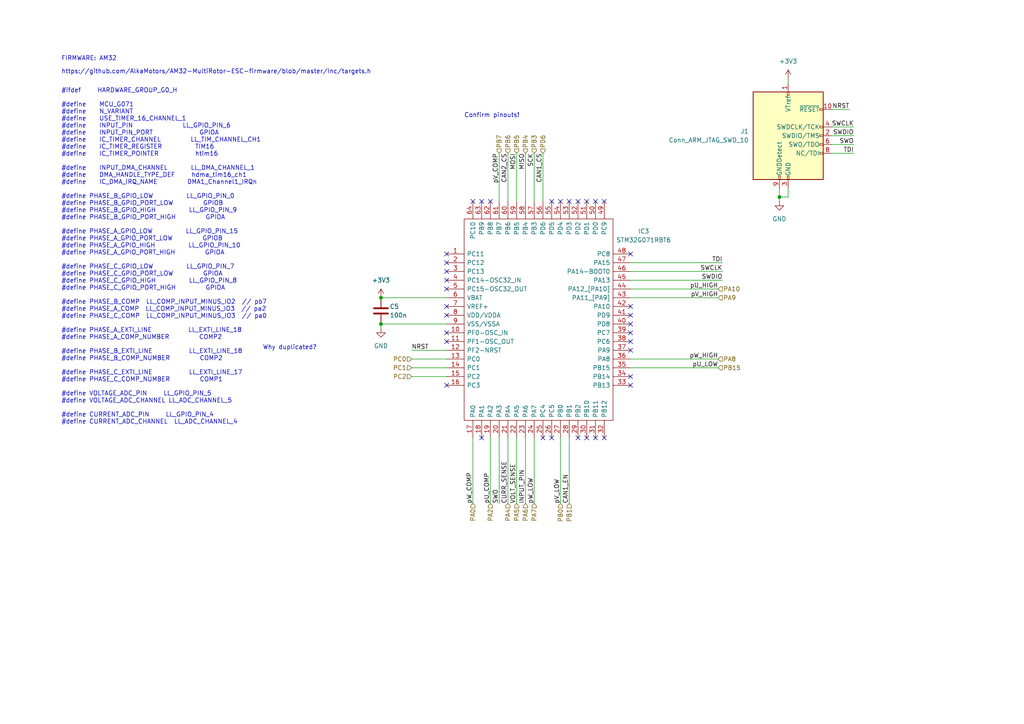
<source format=kicad_sch>
(kicad_sch (version 20211123) (generator eeschema)
  (paper "A4")
  (lib_symbols
    (symbol "Connector:Conn_ARM_JTAG_SWD_10" (pin_names (offset 1.016))
      (property "Reference" "J" (at -2.54 16.51 0))
      (property "Value" "Conn_ARM_JTAG_SWD_10" (at -2.54 13.97 0))
      (symbol "Conn_ARM_JTAG_SWD_10_0_1"
        (rectangle (start -10.16 12.7) (end 10.16 -12.7) (stroke (width 0.254)) (fill (type background)))
        (rectangle (start -2.794 -12.7) (end -2.286 -11.684))
        (rectangle (start -0.254 -12.7) (end 0.254 -11.684))
        (rectangle (start -0.254 12.7) (end 0.254 11.684))
        (rectangle (start 9.144 2.286) (end 10.16 2.794))
        (rectangle (start 10.16 -2.794) (end 9.144 -2.286))
        (rectangle (start 10.16 -0.254) (end 9.144 0.254))
        (rectangle (start 10.16 7.874) (end 9.144 7.366))
      )
      (symbol "Conn_ARM_JTAG_SWD_10_1_1"
        (rectangle (start 9.144 -5.334) (end 10.16 -4.826))
        (pin power_in line (at 0 15.24 270) (length 2.54) (name "VTref") (number "1"))
        (pin open_collector line (at 12.7 7.62 180) (length 2.54) (name "~{RESET}") (number "10"))
        (pin bidirectional line (at 12.7 0 180) (length 2.54) (name "SWDIO/TMS") (number "2"))
        (pin power_in line (at 0 -15.24 90) (length 2.54) (name "GND") (number "3"))
        (pin output line (at 12.7 2.54 180) (length 2.54) (name "SWDCLK/TCK") (number "4"))
        (pin passive line (at 0 -15.24 90) (length 2.54) hide (name "GND") (number "5"))
        (pin input line (at 12.7 -2.54 180) (length 2.54) (name "SWO/TDO") (number "6"))
        (pin no_connect line (at -10.16 0 0) (length 2.54) hide (name "KEY") (number "7"))
        (pin output line (at 12.7 -5.08 180) (length 2.54) (name "NC/TDI") (number "8"))
        (pin passive line (at -2.54 -15.24 90) (length 2.54) (name "GNDDetect") (number "9"))
      )
    )
    (symbol "Device:C" (pin_numbers hide) (pin_names (offset 0.254))
      (property "Reference" "C" (at 0.635 2.54 0))
      (property "Value" "C" (at 0.635 -2.54 0))
      (symbol "C_0_1"
        (polyline (pts (xy -2.032 -0.762) (xy 2.032 -0.762)) (stroke (width 0.508)))
        (polyline (pts (xy -2.032 0.762) (xy 2.032 0.762)) (stroke (width 0.508)))
      )
      (symbol "C_1_1"
        (pin passive line (at 0 3.81 270) (length 2.794) (name "~") (number "1"))
        (pin passive line (at 0 -3.81 90) (length 2.794) (name "~") (number "2"))
      )
    )
    (symbol "MAG_MCUs:STM32G071RBT6" (pin_names (offset 0.762))
      (property "Reference" "IC" (at 49.53 15.24 0))
      (property "Value" "STM32G071RBT6" (at 49.53 12.7 0))
      (symbol "STM32G071RBT6_0_0"
        (pin passive line (at 0 0 0) (length 5.08) (name "PC11") (number "1"))
        (pin passive line (at 0 -22.86 0) (length 5.08) (name "PF0-OSC_IN") (number "10"))
        (pin passive line (at 0 -25.4 0) (length 5.08) (name "PF1-OSC_OUT") (number "11"))
        (pin passive line (at 0 -27.94 0) (length 5.08) (name "PF2-NRST") (number "12"))
        (pin passive line (at 0 -30.48 0) (length 5.08) (name "PC0") (number "13"))
        (pin passive line (at 0 -33.02 0) (length 5.08) (name "PC1") (number "14"))
        (pin passive line (at 0 -35.56 0) (length 5.08) (name "PC2") (number "15"))
        (pin passive line (at 0 -38.1 0) (length 5.08) (name "PC3") (number "16"))
        (pin passive line (at 7.62 -53.34 90) (length 5.08) (name "PA0") (number "17"))
        (pin passive line (at 10.16 -53.34 90) (length 5.08) (name "PA1") (number "18"))
        (pin passive line (at 12.7 -53.34 90) (length 5.08) (name "PA2") (number "19"))
        (pin passive line (at 0 -2.54 0) (length 5.08) (name "PC12") (number "2"))
        (pin passive line (at 15.24 -53.34 90) (length 5.08) (name "PA3") (number "20"))
        (pin passive line (at 17.78 -53.34 90) (length 5.08) (name "PA4") (number "21"))
        (pin passive line (at 20.32 -53.34 90) (length 5.08) (name "PA5") (number "22"))
        (pin passive line (at 22.86 -53.34 90) (length 5.08) (name "PA6") (number "23"))
        (pin passive line (at 25.4 -53.34 90) (length 5.08) (name "PA7") (number "24"))
        (pin passive line (at 27.94 -53.34 90) (length 5.08) (name "PC4") (number "25"))
        (pin passive line (at 30.48 -53.34 90) (length 5.08) (name "PC5") (number "26"))
        (pin passive line (at 33.02 -53.34 90) (length 5.08) (name "PB0") (number "27"))
        (pin passive line (at 35.56 -53.34 90) (length 5.08) (name "PB1") (number "28"))
        (pin passive line (at 38.1 -53.34 90) (length 5.08) (name "PB2") (number "29"))
        (pin passive line (at 0 -5.08 0) (length 5.08) (name "PC13") (number "3"))
        (pin passive line (at 40.64 -53.34 90) (length 5.08) (name "PB10") (number "30"))
        (pin passive line (at 43.18 -53.34 90) (length 5.08) (name "PB11") (number "31"))
        (pin passive line (at 45.72 -53.34 90) (length 5.08) (name "PB12") (number "32"))
        (pin passive line (at 53.34 -38.1 180) (length 5.08) (name "PB13") (number "33"))
        (pin passive line (at 53.34 -35.56 180) (length 5.08) (name "PB14") (number "34"))
        (pin passive line (at 53.34 -33.02 180) (length 5.08) (name "PB15") (number "35"))
        (pin passive line (at 53.34 -30.48 180) (length 5.08) (name "PA8") (number "36"))
        (pin passive line (at 53.34 -27.94 180) (length 5.08) (name "PA9") (number "37"))
        (pin passive line (at 53.34 -25.4 180) (length 5.08) (name "PC6") (number "38"))
        (pin passive line (at 53.34 -22.86 180) (length 5.08) (name "PC7") (number "39"))
        (pin passive line (at 0 -7.62 0) (length 5.08) (name "PC14-OSC32_IN") (number "4"))
        (pin passive line (at 53.34 -20.32 180) (length 5.08) (name "PD8") (number "40"))
        (pin passive line (at 53.34 -17.78 180) (length 5.08) (name "PD9") (number "41"))
        (pin passive line (at 53.34 -15.24 180) (length 5.08) (name "PA10") (number "42"))
        (pin passive line (at 53.34 -12.7 180) (length 5.08) (name "PA11_[PA9]") (number "43"))
        (pin passive line (at 53.34 -10.16 180) (length 5.08) (name "PA12_[PA10]") (number "44"))
        (pin passive line (at 53.34 -7.62 180) (length 5.08) (name "PA13") (number "45"))
        (pin passive line (at 53.34 -5.08 180) (length 5.08) (name "PA14-BOOT0") (number "46"))
        (pin passive line (at 53.34 -2.54 180) (length 5.08) (name "PA15") (number "47"))
        (pin passive line (at 53.34 0 180) (length 5.08) (name "PC8") (number "48"))
        (pin passive line (at 45.72 15.24 270) (length 5.08) (name "PC9") (number "49"))
        (pin passive line (at 0 -10.16 0) (length 5.08) (name "PC15-OSC32_OUT") (number "5"))
        (pin passive line (at 43.18 15.24 270) (length 5.08) (name "PD0") (number "50"))
        (pin passive line (at 40.64 15.24 270) (length 5.08) (name "PD1") (number "51"))
        (pin passive line (at 38.1 15.24 270) (length 5.08) (name "PD2") (number "52"))
        (pin passive line (at 35.56 15.24 270) (length 5.08) (name "PD3") (number "53"))
        (pin passive line (at 33.02 15.24 270) (length 5.08) (name "PD4") (number "54"))
        (pin passive line (at 30.48 15.24 270) (length 5.08) (name "PD5") (number "55"))
        (pin passive line (at 27.94 15.24 270) (length 5.08) (name "PD6") (number "56"))
        (pin passive line (at 25.4 15.24 270) (length 5.08) (name "PB3") (number "57"))
        (pin passive line (at 22.86 15.24 270) (length 5.08) (name "PB4") (number "58"))
        (pin passive line (at 20.32 15.24 270) (length 5.08) (name "PB5") (number "59"))
        (pin passive line (at 0 -12.7 0) (length 5.08) (name "VBAT") (number "6"))
        (pin passive line (at 17.78 15.24 270) (length 5.08) (name "PB6") (number "60"))
        (pin passive line (at 15.24 15.24 270) (length 5.08) (name "PB7") (number "61"))
        (pin passive line (at 12.7 15.24 270) (length 5.08) (name "PB8") (number "62"))
        (pin passive line (at 10.16 15.24 270) (length 5.08) (name "PB9") (number "63"))
        (pin passive line (at 7.62 15.24 270) (length 5.08) (name "PC10") (number "64"))
        (pin passive line (at 0 -15.24 0) (length 5.08) (name "VREF+") (number "7"))
        (pin passive line (at 0 -17.78 0) (length 5.08) (name "VDD/VDDA") (number "8"))
        (pin passive line (at 0 -20.32 0) (length 5.08) (name "VSS/VSSA") (number "9"))
      )
      (symbol "STM32G071RBT6_0_1"
        (polyline (pts (xy 5.08 10.16) (xy 48.26 10.16) (xy 48.26 -48.26) (xy 5.08 -48.26) (xy 5.08 10.16)) (stroke (width 0.1524)))
      )
    )
    (symbol "power:+3V3" (power) (pin_names (offset 0))
      (property "Value" "+3V3" (at 0 3.556 0))
      (symbol "+3V3_0_1"
        (polyline (pts (xy -0.762 1.27) (xy 0 2.54)))
        (polyline (pts (xy 0 0) (xy 0 2.54)))
        (polyline (pts (xy 0 2.54) (xy 0.762 1.27)))
      )
      (symbol "+3V3_1_1"
        (pin power_in line (at 0 0 90) (length 0) hide (name "+3V3") (number "1"))
      )
    )
    (symbol "power:GND" (power) (pin_names (offset 0))
      (property "Value" "GND" (at 0 -3.81 0))
      (symbol "GND_0_1"
        (polyline (pts (xy 0 0) (xy 0 -1.27) (xy 1.27 -1.27) (xy 0 -2.54) (xy -1.27 -1.27) (xy 0 -1.27)))
      )
      (symbol "GND_1_1"
        (pin power_in line (at 0 0 270) (length 0) hide (name "GND") (number "1"))
      )
    )
  )
  (junction (at 226.06 57.15))
  (junction (at 110.49 93.98))
  (junction (at 110.49 86.36))
  (no_connect (at 157.48 127))
  (no_connect (at 160.02 127))
  (no_connect (at 129.54 91.44))
  (no_connect (at 129.54 88.9))
  (no_connect (at 129.54 99.06))
  (no_connect (at 129.54 96.52))
  (no_connect (at 129.54 83.82))
  (no_connect (at 129.54 81.28))
  (no_connect (at 129.54 78.74))
  (no_connect (at 129.54 76.2))
  (no_connect (at 129.54 73.66))
  (no_connect (at 137.16 58.42))
  (no_connect (at 139.7 58.42))
  (no_connect (at 142.24 58.42))
  (no_connect (at 129.54 111.76))
  (no_connect (at 182.88 111.76))
  (no_connect (at 175.26 127))
  (no_connect (at 172.72 127))
  (no_connect (at 170.18 127))
  (no_connect (at 167.64 127))
  (no_connect (at 139.7 127))
  (no_connect (at 160.02 58.42))
  (no_connect (at 162.56 58.42))
  (no_connect (at 165.1 58.42))
  (no_connect (at 182.88 73.66))
  (no_connect (at 175.26 58.42))
  (no_connect (at 167.64 58.42))
  (no_connect (at 170.18 58.42))
  (no_connect (at 172.72 58.42))
  (no_connect (at 182.88 93.98))
  (no_connect (at 182.88 96.52))
  (no_connect (at 182.88 99.06))
  (no_connect (at 182.88 101.6))
  (no_connect (at 182.88 109.22))
  (no_connect (at 182.88 91.44))
  (no_connect (at 182.88 88.9))
  (wire (pts (xy 182.88 76.2) (xy 209.55 76.2)))
  (wire (pts (xy 147.32 127) (xy 147.32 146.05)))
  (wire (pts (xy 157.48 44.45) (xy 157.48 58.42)))
  (wire (pts (xy 149.86 44.45) (xy 149.86 58.42)))
  (wire (pts (xy 165.1 127) (xy 165.1 146.05)))
  (wire (pts (xy 154.94 44.45) (xy 154.94 58.42)))
  (wire (pts (xy 110.49 93.98) (xy 110.49 95.25)))
  (wire (pts (xy 152.4 146.05) (xy 152.4 127)))
  (wire (pts (xy 110.49 93.98) (xy 129.54 93.98)))
  (wire (pts (xy 147.32 44.45) (xy 147.32 58.42)))
  (wire (pts (xy 119.38 104.14) (xy 129.54 104.14)))
  (wire (pts (xy 228.6 57.15) (xy 226.06 57.15)))
  (wire (pts (xy 241.3 36.83) (xy 247.65 36.83)))
  (wire (pts (xy 228.6 54.61) (xy 228.6 57.15)))
  (wire (pts (xy 241.3 44.45) (xy 247.65 44.45)))
  (wire (pts (xy 226.06 54.61) (xy 226.06 57.15)))
  (wire (pts (xy 182.88 104.14) (xy 208.28 104.14)))
  (wire (pts (xy 241.3 39.37) (xy 247.65 39.37)))
  (wire (pts (xy 119.38 109.22) (xy 129.54 109.22)))
  (wire (pts (xy 144.78 127) (xy 144.78 146.05)))
  (wire (pts (xy 154.94 127) (xy 154.94 146.05)))
  (wire (pts (xy 182.88 78.74) (xy 209.55 78.74)))
  (wire (pts (xy 144.78 44.45) (xy 144.78 58.42)))
  (wire (pts (xy 110.49 86.36) (xy 129.54 86.36)))
  (wire (pts (xy 162.56 127) (xy 162.56 146.05)))
  (wire (pts (xy 241.3 41.91) (xy 247.65 41.91)))
  (wire (pts (xy 182.88 83.82) (xy 208.28 83.82)))
  (wire (pts (xy 119.38 101.6) (xy 129.54 101.6)))
  (wire (pts (xy 226.06 57.15) (xy 226.06 58.42)))
  (wire (pts (xy 246.38 31.75) (xy 241.3 31.75)))
  (wire (pts (xy 152.4 44.45) (xy 152.4 58.42)))
  (wire (pts (xy 182.88 81.28) (xy 209.55 81.28)))
  (wire (pts (xy 137.16 127) (xy 137.16 146.05)))
  (wire (pts (xy 228.6 22.86) (xy 228.6 24.13)))
  (wire (pts (xy 208.28 86.36) (xy 182.88 86.36)))
  (wire (pts (xy 182.88 106.68) (xy 208.28 106.68)))
  (wire (pts (xy 149.86 127) (xy 149.86 146.05)))
  (wire (pts (xy 119.38 106.68) (xy 129.54 106.68)))
  (wire (pts (xy 142.24 127) (xy 142.24 146.05)))
  (text "https://github.com/AlkaMotors/AM32-MultiRotor-ESC-firmware/blob/master/Inc/targets.h" (at 17.78 21.59 0) (effects (font (size 1.27 1.27)) (justify left bottom)))
  (text "FIRMWARE: AM32" (at 17.78 17.78 0) (effects (font (size 1.27 1.27)) (justify left bottom)))
  (text "Why duplicated?\n" (at 76.2 101.6 0) (effects (font (size 1.27 1.27)) (justify left bottom)))
  (text "Confirm pinouts!\n" (at 134.62 34.29 0) (effects (font (size 1.27 1.27)) (justify left bottom)))
  (text "#ifdef     HARDWARE_GROUP_G0_H\n\n#define    MCU_G071\n#define    N_VARIANT\n#define    USE_TIMER_16_CHANNEL_1\n#define    INPUT_PIN               LL_GPIO_PIN_6\n#define    INPUT_PIN_PORT              GPIOA\n#define    IC_TIMER_CHANNEL         LL_TIM_CHANNEL_CH1\n#define    IC_TIMER_REGISTER          TIM16\n#define    IC_TIMER_POINTER           htim16\n\n#define    INPUT_DMA_CHANNEL       LL_DMA_CHANNEL_1\n#define    DMA_HANDLE_TYPE_DEF     hdma_tim16_ch1\n#define    IC_DMA_IRQ_NAME         DMA1_Channel1_IRQn\n\n#define PHASE_B_GPIO_LOW          LL_GPIO_PIN_0\n#define PHASE_B_GPIO_PORT_LOW         GPIOB\n#define PHASE_B_GPIO_HIGH          LL_GPIO_PIN_9\n#define PHASE_B_GPIO_PORT_HIGH         GPIOA\n\n#define PHASE_A_GPIO_LOW          LL_GPIO_PIN_15\n#define PHASE_A_GPIO_PORT_LOW         GPIOB\n#define PHASE_A_GPIO_HIGH          LL_GPIO_PIN_10\n#define PHASE_A_GPIO_PORT_HIGH         GPIOA\n\n#define PHASE_C_GPIO_LOW          LL_GPIO_PIN_7\n#define PHASE_C_GPIO_PORT_LOW         GPIOA\n#define PHASE_C_GPIO_HIGH          LL_GPIO_PIN_8\n#define PHASE_C_GPIO_PORT_HIGH         GPIOA\n\n#define PHASE_B_COMP  LL_COMP_INPUT_MINUS_IO2  // pb7\n#define PHASE_A_COMP  LL_COMP_INPUT_MINUS_IO3  // pa2\n#define PHASE_C_COMP  LL_COMP_INPUT_MINUS_IO3  // pa0\n\n#define PHASE_A_EXTI_LINE           LL_EXTI_LINE_18\n#define PHASE_A_COMP_NUMBER         COMP2\n\n#define PHASE_B_EXTI_LINE           LL_EXTI_LINE_18\n#define PHASE_B_COMP_NUMBER         COMP2\n\n#define PHASE_C_EXTI_LINE           LL_EXTI_LINE_17\n#define PHASE_C_COMP_NUMBER         COMP1\n\n#define VOLTAGE_ADC_PIN     LL_GPIO_PIN_5\n#define VOLTAGE_ADC_CHANNEL LL_ADC_CHANNEL_5\n\n#define CURRENT_ADC_PIN     LL_GPIO_PIN_4\n#define CURRENT_ADC_CHANNEL  LL_ADC_CHANNEL_4" (at 17.78 123.19 0) (effects (font (size 1.27 1.27)) (justify left bottom)))
  (label "SWDIO" (at 209.55 81.28 180))
  (label "VOLT_SENSE" (at 149.86 146.05 90))
  (label "TDI" (at 247.65 44.45 180))
  (label "pU_COMP" (at 142.24 146.05 90))
  (label "NRST" (at 246.38 31.75 180))
  (label "CAN2_CS" (at 147.32 44.45 270))
  (label "SWDIO" (at 247.65 39.37 180))
  (label "SCK" (at 154.94 44.45 270))
  (label "INPUT_PIN" (at 152.4 146.05 90))
  (label "MOSI" (at 149.86 44.45 270))
  (label "CAN1_CS" (at 157.48 44.45 270))
  (label "TDI" (at 209.55 76.2 180))
  (label "pU_LOW" (at 208.28 106.68 180))
  (label "SWO" (at 144.78 146.05 90))
  (label "pU_HIGH" (at 208.28 83.82 180))
  (label "pV_LOW" (at 162.56 146.05 90))
  (label "MISO" (at 152.4 44.45 270))
  (label "pV_HIGH" (at 208.28 86.36 180))
  (label "NRST" (at 119.38 101.6 0))
  (label "pW_COMP" (at 137.16 146.05 90))
  (label "pW_LOW" (at 154.94 146.05 90))
  (label "CURR_SENSE" (at 147.32 146.05 90))
  (label "pV_COMP" (at 144.78 44.45 270))
  (label "pW_HIGH" (at 208.28 104.14 180))
  (label "SWCLK" (at 209.55 78.74 180))
  (label "SWO" (at 247.65 41.91 180))
  (label "SWCLK" (at 247.65 36.83 180))
  (label "CAN1_EN" (at 165.1 146.05 90))
  (hierarchical_label "PB3" (shape input) (at 154.94 44.45 90))
  (hierarchical_label "PA7" (shape input) (at 154.94 146.05 270))
  (hierarchical_label "PA5" (shape input) (at 149.86 146.05 270))
  (hierarchical_label "PB6" (shape input) (at 147.32 44.45 90))
  (hierarchical_label "PA10" (shape input) (at 208.28 83.82 0))
  (hierarchical_label "PC1" (shape input) (at 119.38 106.68 180))
  (hierarchical_label "PD6" (shape input) (at 157.48 44.45 90))
  (hierarchical_label "PA0" (shape input) (at 137.16 146.05 270))
  (hierarchical_label "PB15" (shape input) (at 208.28 106.68 0))
  (hierarchical_label "PA8" (shape input) (at 208.28 104.14 0))
  (hierarchical_label "PA2" (shape input) (at 142.24 146.05 270))
  (hierarchical_label "PB7" (shape input) (at 144.78 44.45 90))
  (hierarchical_label "PA9" (shape input) (at 208.28 86.36 0))
  (hierarchical_label "PC2" (shape input) (at 119.38 109.22 180))
  (hierarchical_label "PC0" (shape input) (at 119.38 104.14 180))
  (hierarchical_label "PB1" (shape input) (at 165.1 146.05 270))
  (hierarchical_label "PB4" (shape input) (at 152.4 44.45 90))
  (hierarchical_label "PB0" (shape input) (at 162.56 146.05 270))
  (hierarchical_label "PA4" (shape input) (at 147.32 146.05 270))
  (hierarchical_label "PA6" (shape input) (at 152.4 146.05 270))
  (hierarchical_label "PB5" (shape input) (at 149.86 44.45 90))
  (symbol (lib_id "Device:C") (at 110.49 90.17 0) (unit 1)
    (property "Reference" "C5" (at 113.03 88.9 0) (effects (justify left)))
    (property "Value" "100n" (at 113.03 91.44 0) (effects (justify left)))
    (property "Footprint" "Capacitor_SMD:C_0603_1608Metric" (effects hide))
  )
  (symbol (lib_id "Connector:Conn_ARM_JTAG_SWD_10") (at 228.6 39.37 0) (unit 1)
    (property "Reference" "J1" (at 217.17 38.0999 0) (effects (justify right)))
    (property "Value" "Conn_ARM_JTAG_SWD_10" (at 217.17 40.6399 0) (effects (justify right)))
    (property "Footprint" "Connector:Tag-Connect_TC2050-IDC-NL_2x05_P1.27mm_Vertical_with_bottom_clip" (effects hide))
    (property "Datasheet" "http://infocenter.arm.com/help/topic/com.arm.doc.ddi0314h/DDI0314H_coresight_components_trm.pdf" (effects hide))
  )
  (symbol (lib_id "power:+3V3") (at 110.49 86.36 0) (unit 1)
    (property "Reference" "#PWR0109" (effects hide))
    (property "Value" "+3V3" (at 110.49 81.28 0))
  )
  (symbol (lib_id "power:GND") (at 110.49 95.25 0) (unit 1)
    (property "Reference" "#PWR0108" (effects hide))
    (property "Value" "GND" (at 110.49 100.33 0))
  )
  (symbol (lib_id "power:GND") (at 226.06 58.42 0) (unit 1)
    (property "Reference" "#PWR0160" (effects hide))
    (property "Value" "GND" (at 226.06 63.5 0))
  )
  (symbol (lib_id "power:+3V3") (at 228.6 22.86 0) (unit 1)
    (property "Reference" "#PWR0161" (effects hide))
    (property "Value" "+3V3" (at 228.6 17.78 0))
  )
  (symbol (lib_id "MAG_MCUs:STM32G071RBT6") (at 129.54 73.66 0) (unit 1)
    (property "Reference" "IC3" (at 186.69 67.0812 0))
    (property "Value" "STM32G071RBT6" (at 186.69 69.6212 0))
    (property "Footprint" "QFP50P1200X1200X160-64N" (effects hide))
    (property "Datasheet" "https://www.st.com/resource/en/datasheet/stm32g071rb.pdf" (effects hide))
    (property "Description" "STMICROELECTRONICS - STM32G071RBT6 - MCU, 32BIT, 64MHZ, LQFP-64" (effects hide))
    (property "Height" "1.6" (effects hide))
    (property "Mouser Part Number" "511-STM32G071RBT6" (effects hide))
    (property "Mouser Price/Stock" "https://www.mouser.co.uk/ProductDetail/STMicroelectronics/STM32G071RBT6?qs=PqoDHHvF648HnzmnrdeU1A%3D%3D" (effects hide))
    (property "Manufacturer_Name" "STMicroelectronics" (effects hide))
    (property "Manufacturer_Part_Number" "STM32G071RBT6" (effects hide))
  )
)
</source>
